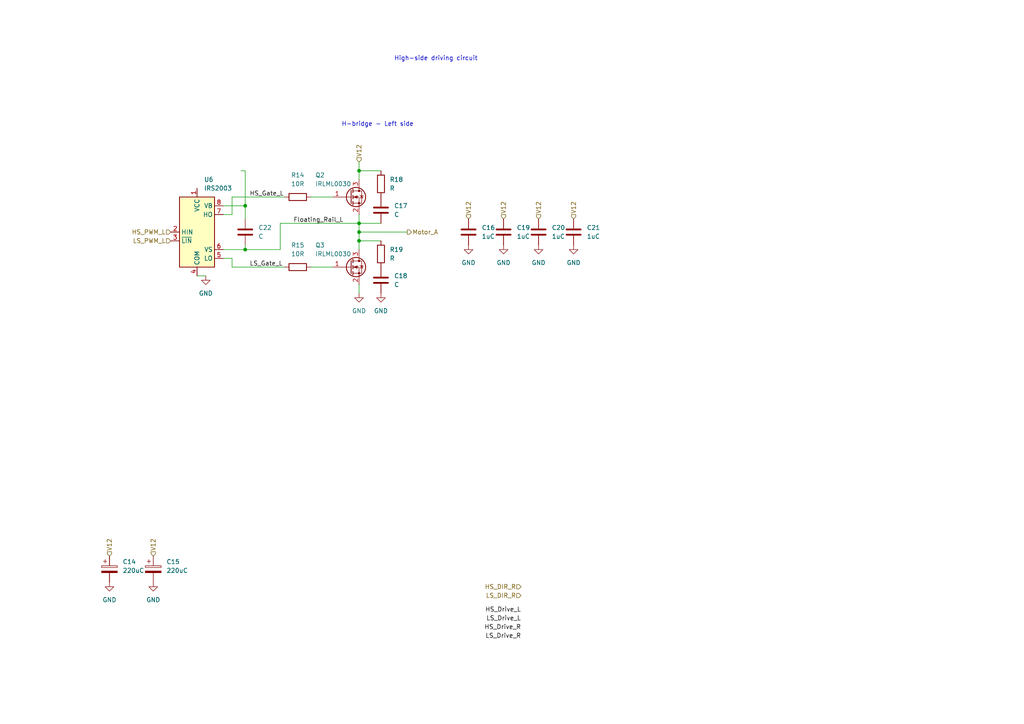
<source format=kicad_sch>
(kicad_sch (version 20211123) (generator eeschema)
  (paper "A4")
  (lib_symbols
    (symbol "Device:C" (pin_numbers hide) (pin_names (offset 0.254))
      (property "Reference" "C" (at 0.635 2.54 0))
      (property "Value" "C" (at 0.635 -2.54 0))
      (symbol "C_0_1"
        (polyline (pts (xy -2.032 -0.762) (xy 2.032 -0.762)) (stroke (width 0.508)))
        (polyline (pts (xy -2.032 0.762) (xy 2.032 0.762)) (stroke (width 0.508)))
      )
      (symbol "C_1_1"
        (pin passive line (at 0 3.81 270) (length 2.794) (name "~") (number "1"))
        (pin passive line (at 0 -3.81 90) (length 2.794) (name "~") (number "2"))
      )
    )
    (symbol "Device:C_Polarized" (pin_numbers hide) (pin_names (offset 0.254))
      (property "Reference" "C" (at 0.635 2.54 0))
      (property "Value" "C_Polarized" (at 0.635 -2.54 0))
      (symbol "C_Polarized_0_1"
        (rectangle (start -2.286 0.508) (end 2.286 1.016))
        (polyline (pts (xy -1.778 2.286) (xy -0.762 2.286)))
        (polyline (pts (xy -1.27 2.794) (xy -1.27 1.778)))
        (rectangle (start 2.286 -0.508) (end -2.286 -1.016) (fill (type outline)))
      )
      (symbol "C_Polarized_1_1"
        (pin passive line (at 0 3.81 270) (length 2.794) (name "~") (number "1"))
        (pin passive line (at 0 -3.81 90) (length 2.794) (name "~") (number "2"))
      )
    )
    (symbol "Device:R" (pin_numbers hide) (pin_names (offset 0))
      (property "Reference" "R" (at 2.032 0 90))
      (property "Value" "R" (at 0 0 90))
      (symbol "R_0_1"
        (rectangle (start -1.016 -2.54) (end 1.016 2.54) (stroke (width 0.254)))
      )
      (symbol "R_1_1"
        (pin passive line (at 0 3.81 270) (length 1.27) (name "~") (number "1"))
        (pin passive line (at 0 -3.81 90) (length 1.27) (name "~") (number "2"))
      )
    )
    (symbol "Driver_FET:IRS2003"
      (property "Reference" "U" (at 1.27 13.335 0))
      (property "Value" "IRS2003" (at 1.27 11.43 0))
      (symbol "IRS2003_0_1"
        (rectangle (start -5.08 -10.16) (end 5.08 10.16) (stroke (width 0.254)) (fill (type background)))
      )
      (symbol "IRS2003_1_1"
        (pin power_in line (at 0 12.7 270) (length 2.54) (name "VCC") (number "1"))
        (pin input line (at -7.62 0 0) (length 2.54) (name "HIN") (number "2"))
        (pin input line (at -7.62 -2.54 0) (length 2.54) (name "~{LIN}") (number "3"))
        (pin power_in line (at 0 -12.7 90) (length 2.54) (name "COM") (number "4"))
        (pin output line (at 7.62 -7.62 180) (length 2.54) (name "LO") (number "5"))
        (pin passive line (at 7.62 -5.08 180) (length 2.54) (name "VS") (number "6"))
        (pin output line (at 7.62 5.08 180) (length 2.54) (name "HO") (number "7"))
        (pin passive line (at 7.62 7.62 180) (length 2.54) (name "VB") (number "8"))
      )
    )
    (symbol "Transistor_FET:IRLML0030" (pin_names hide)
      (property "Reference" "Q" (at 5.08 1.905 0))
      (property "Value" "IRLML0030" (at 5.08 0 0))
      (symbol "IRLML0030_0_1"
        (polyline (pts (xy 0.254 0) (xy -2.54 0)))
        (polyline (pts (xy 0.254 1.905) (xy 0.254 -1.905)) (stroke (width 0.254)))
        (polyline (pts (xy 0.762 -1.27) (xy 0.762 -2.286)) (stroke (width 0.254)))
        (polyline (pts (xy 0.762 0.508) (xy 0.762 -0.508)) (stroke (width 0.254)))
        (polyline (pts (xy 0.762 2.286) (xy 0.762 1.27)) (stroke (width 0.254)))
        (polyline (pts (xy 2.54 2.54) (xy 2.54 1.778)))
        (polyline (pts (xy 2.54 -2.54) (xy 2.54 0) (xy 0.762 0)))
        (polyline (pts (xy 0.762 -1.778) (xy 3.302 -1.778) (xy 3.302 1.778) (xy 0.762 1.778)))
        (polyline (pts (xy 1.016 0) (xy 2.032 0.381) (xy 2.032 -0.381) (xy 1.016 0)) (fill (type outline)))
        (polyline (pts (xy 2.794 0.508) (xy 2.921 0.381) (xy 3.683 0.381) (xy 3.81 0.254)))
        (polyline (pts (xy 3.302 0.381) (xy 2.921 -0.254) (xy 3.683 -0.254) (xy 3.302 0.381)))
        (circle (center 1.651 0) (radius 2.794) (stroke (width 0.254)))
        (circle (center 2.54 -1.778) (radius 0.254) (fill (type outline)))
        (circle (center 2.54 1.778) (radius 0.254) (fill (type outline)))
      )
      (symbol "IRLML0030_1_1"
        (pin input line (at -5.08 0 0) (length 2.54) (name "G") (number "1"))
        (pin passive line (at 2.54 -5.08 90) (length 2.54) (name "S") (number "2"))
        (pin passive line (at 2.54 5.08 270) (length 2.54) (name "D") (number "3"))
      )
    )
    (symbol "power:GND" (power) (pin_names (offset 0))
      (property "Value" "GND" (at 0 -3.81 0))
      (symbol "GND_0_1"
        (polyline (pts (xy 0 0) (xy 0 -1.27) (xy 1.27 -1.27) (xy 0 -2.54) (xy -1.27 -1.27) (xy 0 -1.27)))
      )
      (symbol "GND_1_1"
        (pin power_in line (at 0 0 270) (length 0) hide (name "GND") (number "1"))
      )
    )
  )
  (junction (at 104.14 64.77))
  (junction (at 104.14 49.53))
  (junction (at 71.12 72.39))
  (junction (at 104.14 67.31))
  (junction (at 104.14 69.85))
  (junction (at 71.12 59.69))
  (wire (pts (xy 104.14 69.85) (xy 104.14 67.31)))
  (wire (pts (xy 104.14 82.55) (xy 104.14 85.09)))
  (wire (pts (xy 71.12 59.69) (xy 64.77 59.69)))
  (wire (pts (xy 104.14 64.77) (xy 110.49 64.77)))
  (wire (pts (xy 104.14 49.53) (xy 110.49 49.53)))
  (wire (pts (xy 81.28 64.77) (xy 104.14 64.77)))
  (wire (pts (xy 81.28 72.39) (xy 81.28 64.77)))
  (wire (pts (xy 69.85 49.53) (xy 71.12 49.53)))
  (wire (pts (xy 104.14 49.53) (xy 104.14 46.99)))
  (wire (pts (xy 67.31 77.47) (xy 82.55 77.47)))
  (wire (pts (xy 67.31 74.93) (xy 67.31 77.47)))
  (wire (pts (xy 104.14 69.85) (xy 110.49 69.85)))
  (wire (pts (xy 71.12 72.39) (xy 81.28 72.39)))
  (wire (pts (xy 67.31 62.23) (xy 67.31 57.15)))
  (wire (pts (xy 57.15 80.01) (xy 59.69 80.01)))
  (wire (pts (xy 90.17 57.15) (xy 96.52 57.15)))
  (wire (pts (xy 71.12 63.5) (xy 71.12 59.69)))
  (wire (pts (xy 67.31 57.15) (xy 82.55 57.15)))
  (wire (pts (xy 64.77 72.39) (xy 71.12 72.39)))
  (wire (pts (xy 104.14 72.39) (xy 104.14 69.85)))
  (wire (pts (xy 104.14 67.31) (xy 118.11 67.31)))
  (wire (pts (xy 71.12 71.12) (xy 71.12 72.39)))
  (wire (pts (xy 104.14 52.07) (xy 104.14 49.53)))
  (wire (pts (xy 104.14 67.31) (xy 104.14 64.77)))
  (wire (pts (xy 64.77 62.23) (xy 67.31 62.23)))
  (wire (pts (xy 104.14 62.23) (xy 104.14 64.77)))
  (wire (pts (xy 71.12 59.69) (xy 71.12 49.53)))
  (wire (pts (xy 90.17 77.47) (xy 96.52 77.47)))
  (wire (pts (xy 64.77 74.93) (xy 67.31 74.93)))
  (text "High-side driving circuit" (at 114.3 17.78 0) (effects (font (size 1.27 1.27)) (justify left bottom)))
  (text "H-bridge - Left side" (at 99.06 36.83 0) (effects (font (size 1.27 1.27)) (justify left bottom)))
  (label "LS_Gate_L" (at 72.39 77.47 0))
  (label "HS_Gate_L" (at 72.39 57.15 0))
  (label "HS_Drive_R" (at 151.13 182.88 180))
  (label "LS_Drive_L" (at 151.13 180.34 180))
  (label "LS_Drive_R" (at 151.13 185.42 180))
  (label "Floating_Rail_L" (at 85.09 64.77 0))
  (label "HS_Drive_L" (at 151.13 177.8 180))
  (hierarchical_label "V12" (shape input) (at 166.37 63.5 90))
  (hierarchical_label "HS_PWM_L" (shape input) (at 49.53 67.31 180))
  (hierarchical_label "Motor_A" (shape output) (at 118.11 67.31 0))
  (hierarchical_label "LS_DIR_R" (shape input) (at 151.13 172.72 180))
  (hierarchical_label "V12" (shape input) (at 104.14 46.99 90))
  (hierarchical_label "V12" (shape input) (at 156.21 63.5 90))
  (hierarchical_label "V12" (shape input) (at 146.05 63.5 90))
  (hierarchical_label "V12" (shape input) (at 44.45 161.29 90))
  (hierarchical_label "HS_DIR_R" (shape input) (at 151.13 170.18 180))
  (hierarchical_label "V12" (shape input) (at 31.75 161.29 90))
  (hierarchical_label "V12" (shape input) (at 135.89 63.5 90))
  (hierarchical_label "LS_PWM_L" (shape input) (at 49.53 69.85 180))
  (symbol (lib_id "Device:C") (at 110.49 60.96 0) (unit 1)
    (property "Reference" "C17" (at 114.3 59.6899 0) (effects (justify left)))
    (property "Value" "C" (at 114.3 62.2299 0) (effects (justify left)))
    (property "Footprint" "Capacitor_SMD:C_0805_2012Metric_Pad1.18x1.45mm_HandSolder" (effects hide))
    (property "Manufacturer Part Number" "N/A" (effects hide))
  )
  (symbol (lib_id "power:GND") (at 44.45 168.91 0) (unit 1)
    (property "Reference" "#PWR045" (effects hide))
    (property "Value" "GND" (at 44.45 173.99 0))
  )
  (symbol (lib_id "Transistor_FET:IRLML0030") (at 101.6 57.15 0) (unit 1)
    (property "Reference" "Q2" (at 91.44 50.8 0) (effects (justify left)))
    (property "Value" "IRLML0030" (at 91.44 53.34 0) (effects (justify left)))
    (property "Footprint" "Package_TO_SOT_SMD:SOT-23" (effects hide))
    (property "Datasheet" "https://datasheet.lcsc.com/lcsc/1806130341_Infineon-Technologies-IRLML0030TRPBF_C67272.pdf" (effects hide))
    (property "Manufacturer Part Number" "IRLML0030TRPBF" (effects hide))
  )
  (symbol (lib_id "power:GND") (at 59.69 80.01 0) (unit 1)
    (property "Reference" "#PWR050" (effects hide))
    (property "Value" "GND" (at 59.69 85.09 0))
  )
  (symbol (lib_id "power:GND") (at 31.75 168.91 0) (unit 1)
    (property "Reference" "#PWR044" (effects hide))
    (property "Value" "GND" (at 31.75 173.99 0))
  )
  (symbol (lib_id "Device:C_Polarized") (at 44.45 165.1 0) (unit 1)
    (property "Reference" "C15" (at 48.26 162.9409 0) (effects (justify left)))
    (property "Value" "220uC" (at 48.26 165.4809 0) (effects (justify left)))
    (property "Footprint" "Capacitor_THT:CP_Radial_D8.0mm_P3.50mm" (effects hide))
    (property "Datasheet" "https://datasheet.lcsc.com/lcsc/1912111437_Rubycon-25YXF220MEFC8X11-5_C368593.pdf" (effects hide))
    (property "Manufacturer Part Number" "25YXF220MEFC8X11.5" (effects hide))
  )
  (symbol (lib_id "Transistor_FET:IRLML0030") (at 101.6 77.47 0) (unit 1)
    (property "Reference" "Q3" (at 91.44 71.12 0) (effects (justify left)))
    (property "Value" "IRLML0030" (at 91.44 73.66 0) (effects (justify left)))
    (property "Footprint" "Package_TO_SOT_SMD:SOT-23" (effects hide))
    (property "Datasheet" "https://datasheet.lcsc.com/lcsc/1806130341_Infineon-Technologies-IRLML0030TRPBF_C67272.pdf" (effects hide))
    (property "Manufacturer Part Number" "IRLML0030TRPBF" (effects hide))
  )
  (symbol (lib_id "Device:C") (at 156.21 67.31 0) (unit 1)
    (property "Reference" "C20" (at 160.02 66.0399 0) (effects (justify left)))
    (property "Value" "1uC" (at 160.02 68.5799 0) (effects (justify left)))
    (property "Footprint" "Capacitor_SMD:C_0805_2012Metric_Pad1.18x1.45mm_HandSolder" (effects hide))
    (property "Datasheet" "https://datasheet.lcsc.com/lcsc/1810201241_Murata-Electronics-GCM21BR71E105KA56L_C85865.pdf" (effects hide))
    (property "Manufacturer Part Number" "GCM21BR71E105KA56L" (effects hide))
  )
  (symbol (lib_id "Device:R") (at 110.49 53.34 0) (unit 1)
    (property "Reference" "R18" (at 113.03 52.0699 0) (effects (justify left)))
    (property "Value" "R" (at 113.03 54.6099 0) (effects (justify left)))
    (property "Footprint" "Resistor_SMD:R_0805_2012Metric_Pad1.20x1.40mm_HandSolder" (effects hide))
    (property "Manufacturer Part Number" "N/A" (effects hide))
  )
  (symbol (lib_id "power:GND") (at 104.14 85.09 0) (unit 1)
    (property "Reference" "#PWR051" (effects hide))
    (property "Value" "GND" (at 104.14 90.17 0))
  )
  (symbol (lib_id "power:GND") (at 110.49 85.09 0) (unit 1)
    (property "Reference" "#PWR052" (effects hide))
    (property "Value" "GND" (at 110.49 90.17 0))
  )
  (symbol (lib_id "power:GND") (at 146.05 71.12 0) (unit 1)
    (property "Reference" "#PWR047" (effects hide))
    (property "Value" "GND" (at 146.05 76.2 0))
  )
  (symbol (lib_id "Device:C_Polarized") (at 31.75 165.1 0) (unit 1)
    (property "Reference" "C14" (at 35.56 162.9409 0) (effects (justify left)))
    (property "Value" "220uC" (at 35.56 165.4809 0) (effects (justify left)))
    (property "Footprint" "Capacitor_THT:CP_Radial_D8.0mm_P3.50mm" (effects hide))
    (property "Datasheet" "https://datasheet.lcsc.com/lcsc/1912111437_Rubycon-25YXF220MEFC8X11-5_C368593.pdf" (effects hide))
    (property "Manufacturer Part Number" "25YXF220MEFC8X11.5" (effects hide))
  )
  (symbol (lib_id "Device:C") (at 146.05 67.31 0) (unit 1)
    (property "Reference" "C19" (at 149.86 66.0399 0) (effects (justify left)))
    (property "Value" "1uC" (at 149.86 68.5799 0) (effects (justify left)))
    (property "Footprint" "Capacitor_SMD:C_0805_2012Metric_Pad1.18x1.45mm_HandSolder" (effects hide))
    (property "Datasheet" "https://datasheet.lcsc.com/lcsc/1810201241_Murata-Electronics-GCM21BR71E105KA56L_C85865.pdf" (effects hide))
    (property "Manufacturer Part Number" "GCM21BR71E105KA56L" (effects hide))
  )
  (symbol (lib_id "power:GND") (at 156.21 71.12 0) (unit 1)
    (property "Reference" "#PWR048" (effects hide))
    (property "Value" "GND" (at 156.21 76.2 0))
  )
  (symbol (lib_id "power:GND") (at 135.89 71.12 0) (unit 1)
    (property "Reference" "#PWR046" (effects hide))
    (property "Value" "GND" (at 135.89 76.2 0))
  )
  (symbol (lib_id "power:GND") (at 166.37 71.12 0) (unit 1)
    (property "Reference" "#PWR049" (effects hide))
    (property "Value" "GND" (at 166.37 76.2 0))
  )
  (symbol (lib_id "Device:R") (at 86.36 57.15 90) (unit 1)
    (property "Reference" "R14" (at 86.36 50.8 90))
    (property "Value" "10R" (at 86.36 53.34 90))
    (property "Footprint" "Resistor_SMD:R_0805_2012Metric_Pad1.20x1.40mm_HandSolder" (effects hide))
    (property "Datasheet" "https://datasheet.lcsc.com/lcsc/1810311320_YAGEO-AC0805JR-0710RL_C144537.pdf" (effects hide))
    (property "Manufacturer Part Number" "AC0805JR-0710RL" (effects hide))
  )
  (symbol (lib_id "Device:C") (at 166.37 67.31 0) (unit 1)
    (property "Reference" "C21" (at 170.18 66.0399 0) (effects (justify left)))
    (property "Value" "1uC" (at 170.18 68.5799 0) (effects (justify left)))
    (property "Footprint" "Capacitor_SMD:C_0805_2012Metric_Pad1.18x1.45mm_HandSolder" (effects hide))
    (property "Datasheet" "https://datasheet.lcsc.com/lcsc/1810201241_Murata-Electronics-GCM21BR71E105KA56L_C85865.pdf" (effects hide))
    (property "Manufacturer Part Number" "GCM21BR71E105KA56L" (effects hide))
  )
  (symbol (lib_id "Device:R") (at 86.36 77.47 90) (unit 1)
    (property "Reference" "R15" (at 86.36 71.12 90))
    (property "Value" "10R" (at 86.36 73.66 90))
    (property "Footprint" "Resistor_SMD:R_0805_2012Metric_Pad1.20x1.40mm_HandSolder" (effects hide))
    (property "Datasheet" "https://datasheet.lcsc.com/lcsc/1810311320_YAGEO-AC0805JR-0710RL_C144537.pdf" (effects hide))
    (property "Manufacturer Part Number" "AC0805JR-0710RL" (effects hide))
  )
  (symbol (lib_id "Driver_FET:IRS2003") (at 57.15 67.31 0) (unit 1)
    (property "Reference" "U6" (at 59.1694 52.07 0) (effects (justify left)))
    (property "Value" "IRS2003" (at 59.1694 54.61 0) (effects (justify left)))
    (property "Footprint" "Package_SO:SOIC-8_3.9x4.9mm_P1.27mm" (effects hide))
    (property "Datasheet" "https://datasheet.lcsc.com/lcsc/1809192314_Infineon-Technologies-IRS2003STRPBF_C40009.pdf" (effects hide))
    (property "Manufacturer Part Number" "IRS2003STRPBF" (effects hide))
  )
  (symbol (lib_id "Device:R") (at 110.49 73.66 0) (unit 1)
    (property "Reference" "R19" (at 113.03 72.3899 0) (effects (justify left)))
    (property "Value" "R" (at 113.03 74.9299 0) (effects (justify left)))
    (property "Footprint" "Resistor_SMD:R_0805_2012Metric_Pad1.20x1.40mm_HandSolder" (effects hide))
    (property "Manufacturer Part Number" "N/A" (effects hide))
  )
  (symbol (lib_id "Device:C") (at 110.49 81.28 0) (unit 1)
    (property "Reference" "C18" (at 114.3 80.0099 0) (effects (justify left)))
    (property "Value" "C" (at 114.3 82.5499 0) (effects (justify left)))
    (property "Footprint" "Capacitor_SMD:C_0805_2012Metric_Pad1.18x1.45mm_HandSolder" (effects hide))
    (property "Manufacturer Part Number" "N/A" (effects hide))
  )
  (symbol (lib_id "Device:C") (at 135.89 67.31 0) (unit 1)
    (property "Reference" "C16" (at 139.7 66.0399 0) (effects (justify left)))
    (property "Value" "1uC" (at 139.7 68.5799 0) (effects (justify left)))
    (property "Footprint" "Capacitor_SMD:C_0805_2012Metric_Pad1.18x1.45mm_HandSolder" (effects hide))
    (property "Datasheet" "https://datasheet.lcsc.com/lcsc/1810201241_Murata-Electronics-GCM21BR71E105KA56L_C85865.pdf" (effects hide))
    (property "Manufacturer Part Number" "GCM21BR71E105KA56L" (effects hide))
  )
  (symbol (lib_id "Device:C") (at 71.12 67.31 0) (unit 1)
    (property "Reference" "C22" (at 74.93 66.0399 0) (effects (justify left)))
    (property "Value" "C" (at 74.93 68.5799 0) (effects (justify left)))
    (property "Footprint" "Capacitor_SMD:C_0805_2012Metric_Pad1.18x1.45mm_HandSolder" (effects hide))
    (property "Manufacturer Part Number" "N/A" (effects hide))
  )
)
</source>
